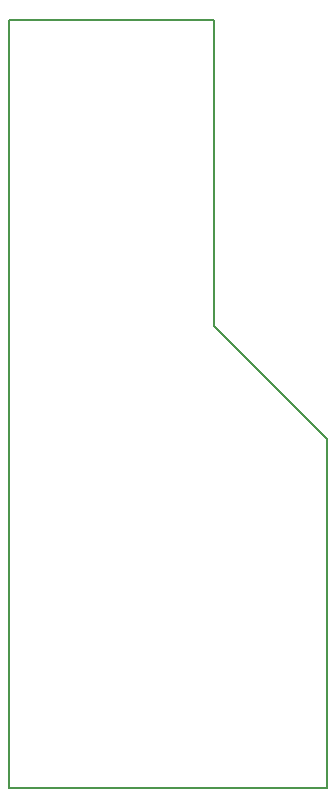
<source format=gbr>
%TF.GenerationSoftware,KiCad,Pcbnew,(6.0.4)*%
%TF.CreationDate,2023-05-23T13:29:10+09:00*%
%TF.ProjectId,BajieHeader,42616a69-6548-4656-9164-65722e6b6963,rev?*%
%TF.SameCoordinates,Original*%
%TF.FileFunction,Profile,NP*%
%FSLAX46Y46*%
G04 Gerber Fmt 4.6, Leading zero omitted, Abs format (unit mm)*
G04 Created by KiCad (PCBNEW (6.0.4)) date 2023-05-23 13:29:10*
%MOMM*%
%LPD*%
G01*
G04 APERTURE LIST*
%TA.AperFunction,Profile*%
%ADD10C,0.150000*%
%TD*%
G04 APERTURE END LIST*
D10*
X94056200Y-81026000D02*
X103632000Y-90627200D01*
X103632000Y-120142000D01*
X76708000Y-120142000D01*
X76708000Y-55118000D01*
X94056200Y-55118000D01*
X94056200Y-81026000D01*
M02*

</source>
